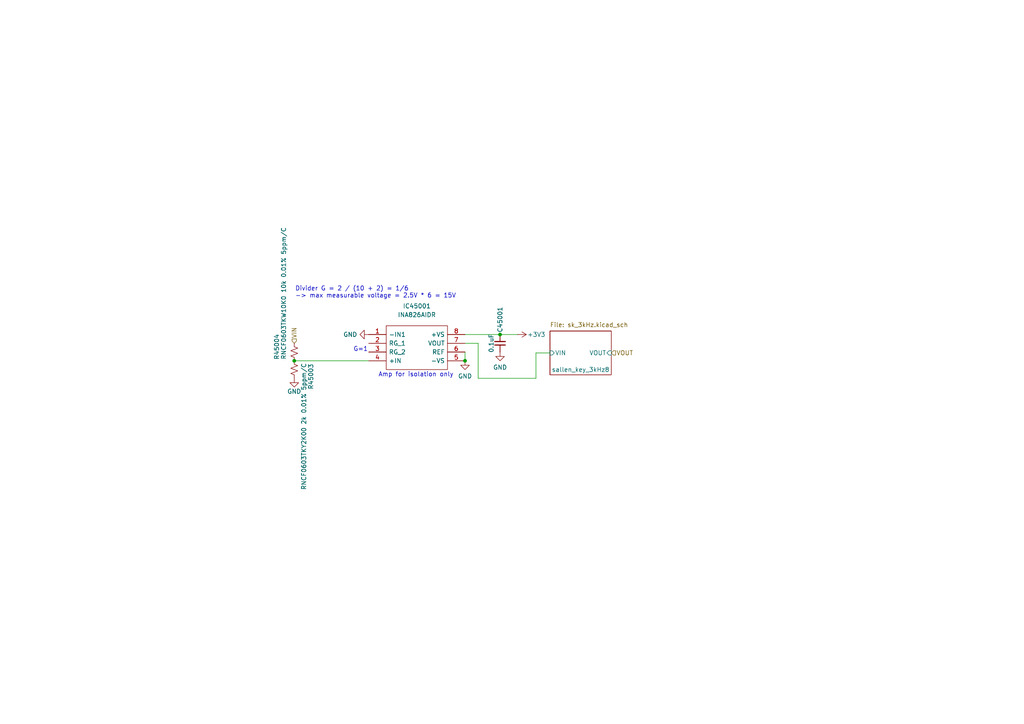
<source format=kicad_sch>
(kicad_sch (version 20231120) (generator "eeschema") (generator_version "8.0")
  (paper "A4")
  (lib_symbols
    (symbol "Device:C_Small" (pin_numbers hide) (pin_names (offset 0.254) hide)
      (property "Reference" "C" (at 0.254 1.778 0))
      (property "Value" "C_Small" (at 0.254 -2.032 0))
      (symbol "C_Small_0_1"
        (polyline (pts (xy -1.524 -0.508) (xy 1.524 -0.508)) (stroke (width 0.3302)))
        (polyline (pts (xy -1.524 0.508) (xy 1.524 0.508)) (stroke (width 0.3048)))
      )
      (symbol "C_Small_1_1"
        (pin passive line (at 0 2.54 270) (length 2.032) (name "~") (number "1"))
        (pin passive line (at 0 -2.54 90) (length 2.032) (name "~") (number "2"))
      )
    )
    (symbol "Device:R_Small_US" (pin_numbers hide) (pin_names (offset 0.254) hide)
      (property "Reference" "R" (at 0.762 0.508 0))
      (property "Value" "R_Small_US" (at 0.762 -1.016 0))
      (symbol "R_Small_US_1_1"
        (polyline (pts (xy 0 0) (xy 1.016 -0.381) (xy 0 -0.762) (xy -1.016 -1.143) (xy 0 -1.524)))
        (polyline (pts (xy 0 1.524) (xy 1.016 1.143) (xy 0 0.762) (xy -1.016 0.381) (xy 0 0)))
        (pin passive line (at 0 2.54 270) (length 1.016) (name "~") (number "1"))
        (pin passive line (at 0 -2.54 90) (length 1.016) (name "~") (number "2"))
      )
    )
    (symbol "aaa:INA826AIDR" (pin_names (offset 0.762))
      (property "Reference" "IC" (at 24.13 7.62 0))
      (property "Value" "INA826AIDR" (at 24.13 5.08 0))
      (symbol "INA826AIDR_0_0"
        (pin passive line (at 0 0 0) (length 5.08) (name "-IN1") (number "1"))
        (pin passive line (at 0 -2.54 0) (length 5.08) (name "RG_1") (number "2"))
        (pin passive line (at 0 -5.08 0) (length 5.08) (name "RG_2") (number "3"))
        (pin passive line (at 0 -7.62 0) (length 5.08) (name "+IN") (number "4"))
        (pin passive line (at 27.94 -7.62 180) (length 5.08) (name "-VS") (number "5"))
        (pin passive line (at 27.94 -5.08 180) (length 5.08) (name "REF") (number "6"))
        (pin passive line (at 27.94 -2.54 180) (length 5.08) (name "VOUT") (number "7"))
        (pin passive line (at 27.94 0 180) (length 5.08) (name "+VS") (number "8"))
      )
      (symbol "INA826AIDR_0_1"
        (polyline (pts (xy 5.08 2.54) (xy 22.86 2.54) (xy 22.86 -10.16) (xy 5.08 -10.16) (xy 5.08 2.54)) (stroke (width 0.1524)))
      )
    )
    (symbol "power:+3V3" (power) (pin_numbers hide) (pin_names (offset 0) hide)
      (property "Value" "+3V3" (at 0 3.556 0))
      (symbol "+3V3_0_1"
        (polyline (pts (xy -0.762 1.27) (xy 0 2.54)))
        (polyline (pts (xy 0 0) (xy 0 2.54)))
        (polyline (pts (xy 0 2.54) (xy 0.762 1.27)))
      )
      (symbol "+3V3_1_1"
        (pin power_in line (at 0 0 90) (length 0) (name "~") (number "1"))
      )
    )
    (symbol "power:GND" (power) (pin_names (offset 0))
      (property "Value" "GND" (at 0 -3.81 0))
      (symbol "GND_0_1"
        (polyline (pts (xy 0 0) (xy 0 -1.27) (xy 1.27 -1.27) (xy 0 -2.54) (xy -1.27 -1.27) (xy 0 -1.27)))
      )
      (symbol "GND_1_1"
        (pin power_in line (at 0 0 270) (length 0) hide (name "GND") (number "1"))
      )
    )
  )
  (junction (at 134.874 104.648))
  (junction (at 85.344 104.648))
  (junction (at 145.034 97.028))
  (wire (pts (xy 138.684 109.728) (xy 138.684 99.568)))
  (wire (pts (xy 145.034 97.028) (xy 150.114 97.028)))
  (wire (pts (xy 155.448 102.362) (xy 155.448 109.728)))
  (wire (pts (xy 85.344 104.648) (xy 106.934 104.648)))
  (wire (pts (xy 134.874 102.108) (xy 134.874 104.648)))
  (wire (pts (xy 134.874 97.028) (xy 145.034 97.028)))
  (wire (pts (xy 138.684 99.568) (xy 134.874 99.568)))
  (wire (pts (xy 155.448 109.728) (xy 138.684 109.728)))
  (wire (pts (xy 159.512 102.362) (xy 155.448 102.362)))
  (text "G=1" (at 102.489 102.108 0) (effects (font (size 1.27 1.27)) (justify left bottom)))
  (text "Amp for isolation only" (at 109.728 109.474 0) (effects (font (size 1.27 1.27)) (justify left bottom)))
  (text "Divider G = 2 / (10 + 2) = 1/6\n-> max measurable voltage = 2.5V * 6 = 15V" (at 85.598 86.614 0) (effects (font (size 1.27 1.27)) (justify left bottom)))
  (hierarchical_label "VOUT" (shape input) (at 177.292 102.362 0))
  (hierarchical_label "VIN" (shape input) (at 85.344 99.568 90))
  (symbol (lib_id "aaa:INA826AIDR") (at 106.934 97.028 0) (unit 1)
    (property "Reference" "IC45001" (at 120.904 88.773 0))
    (property "Value" "INA826AIDR" (at 120.904 91.313 0))
    (property "Footprint" "aaa:SOIC127P600X175-8N" (effects (hide yes)))
    (property "Datasheet" "http://www.ti.com/lit/gpn/ina826" (effects (hide yes)))
    (property "Description" "Precision, 200-uA Supply Current, 36-V Supply Instrumentation Amplifier" (effects (hide yes)))
    (property "Height" "1.75" (effects (hide yes)))
    (property "Manufacturer_Name" "Texas Instruments" (effects (hide yes)))
    (property "Manufacturer_Part_Number" "INA826AIDR" (effects (hide yes)))
    (property "Mouser Part Number" "595-INA826AIDR" (effects (hide yes)))
    (property "Mouser Price/Stock" "https://www.mouser.co.uk/ProductDetail/Texas-Instruments/INA826AIDR?qs=RqytGdBYyUFuQNJtlkA6aQ%3D%3D" (effects (hide yes)))
    (property "Arrow Part Number" "INA826AIDR" (effects (hide yes)))
    (property "Arrow Price/Stock" "https://www.arrow.com/en/products/ina826aidr/texas-instruments?region=nac" (effects (hide yes)))
    (property "LCSC" "C38433" (effects (hide yes)))
  )
  (symbol (lib_id "Device:R_Small_US") (at 85.344 107.188 0) (unit 1)
    (property "Reference" "R45003" (at 90.17 109.22 90))
    (property "Value" "RNCF0603TKY2K00 2k 0.01% 5ppm/C" (at 88.138 123.698 90))
    (property "Footprint" "Resistor_SMD:R_0603_1608Metric" (effects (hide yes)))
    (property "LCSC" "C346578" (effects (hide yes)))
  )
  (symbol (lib_id "power:GND") (at 85.344 109.728 0) (unit 1)
    (property "Reference" "#PWR45009" (effects (hide yes)))
    (property "Value" "GND" (at 87.376 113.538 0) (effects (justify right)))
  )
  (symbol (lib_id "power:+3V3") (at 150.114 97.028 270) (unit 1)
    (property "Reference" "#PWR45008" (effects (hide yes)))
    (property "Value" "+3V3" (at 152.908 97.028 90) (effects (justify left)))
    (property "Description" "Power symbol creates a global label with name \"+3V3\"" (effects (hide yes)))
  )
  (symbol (lib_id "Device:R_Small_US") (at 85.344 102.108 180) (unit 1)
    (property "Reference" "R45004" (at 80.264 100.584 90))
    (property "Value" "RNCF0603TKW10K0 10k 0.01% 5ppm/C" (at 82.296 85.09 90))
    (property "Footprint" "Resistor_SMD:R_0603_1608Metric" (effects (hide yes)))
    (property "LCSC" "C2482678" (effects (hide yes)))
  )
  (symbol (lib_id "power:GND") (at 106.934 97.028 270) (unit 1)
    (property "Reference" "#PWR45005" (effects (hide yes)))
    (property "Value" "GND" (at 103.632 97.0279 90) (effects (justify right)))
  )
  (symbol (lib_id "power:GND") (at 134.874 104.648 0) (unit 1)
    (property "Reference" "#PWR45006" (effects (hide yes)))
    (property "Value" "GND" (at 134.874 109.093 0))
  )
  (symbol (lib_id "Device:C_Small") (at 145.034 99.568 180) (unit 1)
    (property "Reference" "C45001" (at 145.034 92.71 90))
    (property "Value" "0.1uF" (at 142.494 99.568 90))
    (property "Footprint" "Capacitor_SMD:C_0402_1005Metric" (effects (hide yes)))
  )
  (symbol (lib_id "power:GND") (at 145.034 102.108 0) (unit 1)
    (property "Reference" "#PWR45007" (effects (hide yes)))
    (property "Value" "GND" (at 145.034 106.553 0))
  )
  (sheet (at 159.512 96.012) (size 17.78 12.7) (stroke (width 0.1524))
    (property "Sheetname" "sallen_key_3kHz8" (at 160.02 107.95 0) (effects (justify left bottom)))
    (property "Sheetfile" "sk_3kHz.kicad_sch" (at 159.512 93.472 0) (effects (justify left top)))
    (pin "VIN" input (at 159.512 102.362 180))
    (pin "VOUT" input (at 177.292 102.362 0))
  )
)
</source>
